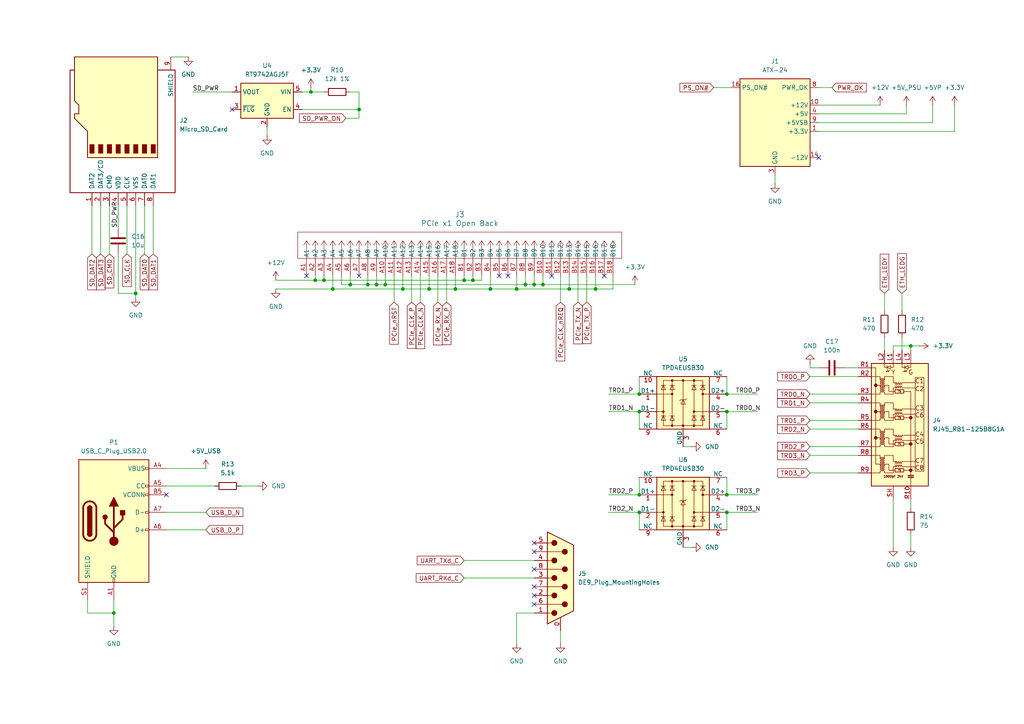
<source format=kicad_sch>
(kicad_sch (version 20231120) (generator "eeschema") (generator_version "8.0")
  (paper "A4")
  (title_block (title "JBOD RPi CM4 Control Board - Connectors") (date "2024-10-05") (rev "1") (company "N3ttX"))
  (lib_symbols
    (symbol "Connector:ATX-24"
      (property "Reference" "J" (at -8.89 13.97 0))
      (property "Value" "ATX-24" (at 6.35 13.97 0))
      (symbol "ATX-24_1_1"
        (pin power_out line (at 12.7 -2.54 180) (length 2.54) (name "+3.3V") (number "1"))
        (pin power_out line (at 12.7 5.08 180) (length 2.54) (name "+12V") (number "10"))
        (pin passive line (at 12.7 5.08 180) (length 2.54) hide (name "+12V") (number "11"))
        (pin passive line (at 12.7 -2.54 180) (length 2.54) hide (name "+3.3V") (number "12"))
        (pin passive line (at 12.7 -2.54 180) (length 2.54) hide (name "+3.3V") (number "13"))
        (pin power_out line (at 12.7 -10.16 180) (length 2.54) (name "-12V") (number "14"))
        (pin passive line (at 0 -15.24 90) (length 2.54) hide (name "GND") (number "15"))
        (pin open_collector line (at -12.7 10.16 0) (length 2.54) (name "PS_ON#") (number "16"))
        (pin passive line (at 0 -15.24 90) (length 2.54) hide (name "GND") (number "17"))
        (pin passive line (at 0 -15.24 90) (length 2.54) hide (name "GND") (number "18"))
        (pin passive line (at 0 -15.24 90) (length 2.54) hide (name "GND") (number "19"))
        (pin passive line (at 12.7 -2.54 180) (length 2.54) hide (name "+3.3V") (number "2"))
        (pin no_connect line (at -10.16 0 0) (length 2.54) hide (name "NC") (number "20"))
        (pin passive line (at 12.7 2.54 180) (length 2.54) hide (name "+5V") (number "21"))
        (pin passive line (at 12.7 2.54 180) (length 2.54) hide (name "+5V") (number "22"))
        (pin passive line (at 12.7 2.54 180) (length 2.54) hide (name "+5V") (number "23"))
        (pin passive line (at 0 -15.24 90) (length 2.54) hide (name "GND") (number "24"))
        (pin power_out line (at 0 -15.24 90) (length 2.54) (name "GND") (number "3"))
        (pin power_out line (at 12.7 2.54 180) (length 2.54) (name "+5V") (number "4"))
        (pin passive line (at 0 -15.24 90) (length 2.54) hide (name "GND") (number "5"))
        (pin passive line (at 12.7 2.54 180) (length 2.54) hide (name "+5V") (number "6"))
        (pin passive line (at 0 -15.24 90) (length 2.54) hide (name "GND") (number "7"))
        (pin output line (at 12.7 10.16 180) (length 2.54) (name "PWR_OK") (number "8"))
        (pin power_out line (at 12.7 0 180) (length 2.54) (name "+5VSB") (number "9"))
      )
    )
    (symbol "Connector:DE9_Plug_MountingHoles" (pin_names (offset 1.016) hide)
      (property "Reference" "J" (at 0 16.51 0))
      (property "Value" "DE9_Plug_MountingHoles" (at 0 14.605 0))
      (symbol "DE9_Plug_MountingHoles_1_1"
        (pin passive line (at 0 -15.24 90) (length 3.81) (name "PAD") (number "0"))
        (pin passive line (at -7.62 -10.16 0) (length 3.81) (name "1") (number "1"))
        (pin passive line (at -7.62 -5.08 0) (length 3.81) (name "2") (number "2"))
        (pin passive line (at -7.62 0 0) (length 3.81) (name "3") (number "3"))
        (pin passive line (at -7.62 5.08 0) (length 3.81) (name "4") (number "4"))
        (pin passive line (at -7.62 10.16 0) (length 3.81) (name "5") (number "5"))
        (pin passive line (at -7.62 -7.62 0) (length 3.81) (name "6") (number "6"))
        (pin passive line (at -7.62 -2.54 0) (length 3.81) (name "7") (number "7"))
        (pin passive line (at -7.62 2.54 0) (length 3.81) (name "8") (number "8"))
        (pin passive line (at -7.62 7.62 0) (length 3.81) (name "9") (number "9"))
      )
    )
    (symbol "Connector:Micro_SD_Card" (pin_names (offset 1.016))
      (property "Reference" "J" (at -16.51 15.24 0))
      (property "Value" "Micro_SD_Card" (at 16.51 15.24 0))
      (symbol "Micro_SD_Card_1_1"
        (pin bidirectional line (at -22.86 7.62 0) (length 3.81) (name "DAT2") (number "1"))
        (pin bidirectional line (at -22.86 5.08 0) (length 3.81) (name "DAT3/CD") (number "2"))
        (pin input line (at -22.86 2.54 0) (length 3.81) (name "CMD") (number "3"))
        (pin power_in line (at -22.86 0 0) (length 3.81) (name "VDD") (number "4"))
        (pin input line (at -22.86 -2.54 0) (length 3.81) (name "CLK") (number "5"))
        (pin power_in line (at -22.86 -5.08 0) (length 3.81) (name "VSS") (number "6"))
        (pin bidirectional line (at -22.86 -7.62 0) (length 3.81) (name "DAT0") (number "7"))
        (pin bidirectional line (at -22.86 -10.16 0) (length 3.81) (name "DAT1") (number "8"))
        (pin passive line (at 20.32 -15.24 180) (length 3.81) (name "SHIELD") (number "9"))
      )
    )
    (symbol "Connector:RJ45_RB1-125B8G1A" (pin_names hide)
      (property "Reference" "J" (at -7.62 20.32 0))
      (property "Value" "RJ45_RB1-125B8G1A" (at 15.24 20.32 0))
      (symbol "RJ45_RB1-125B8G1A_0_0"
        (text "1000pF 2kV" (at 2.54 -13.716 0) (effects (font (size 0.635 0.635))))
        (text "C1" (at -5.08 13.97 0) (effects (font (size 1.27 1.27))))
        (text "C2" (at -5.08 11.684 0) (effects (font (size 1.27 1.27))))
        (text "C3" (at -5.08 6.096 0) (effects (font (size 1.27 1.27))))
        (text "C4" (at -5.08 -1.524 0) (effects (font (size 1.27 1.27))))
        (text "C5" (at -5.08 -3.556 0) (effects (font (size 1.27 1.27))))
        (text "C6" (at -5.08 4.064 0) (effects (font (size 1.27 1.27))))
        (text "C7" (at -5.08 -9.144 0) (effects (font (size 1.27 1.27))))
        (text "C8" (at -5.08 -11.176 0) (effects (font (size 1.27 1.27))))
        (text "G" (at -2.54 16.51 0) (effects (font (size 1.27 1.27))))
        (text "Y" (at 2.54 16.51 0) (effects (font (size 1.27 1.27))))
      )
      (symbol "RJ45_RB1-125B8G1A_0_1"
        (pin power_in line (at -2.54 -20.32 90) (length 3.81) (name "GND") (number "R10"))
      )
      (symbol "RJ45_RB1-125B8G1A_1_0"
        (text "75" (at 0.762 -11.938 0) (effects (font (size 0.508 0.508))))
        (text "75" (at 0.762 -4.318 0) (effects (font (size 0.508 0.508))))
        (text "75" (at 0.762 3.302 0) (effects (font (size 0.508 0.508))))
        (text "75" (at 0.762 10.922 0) (effects (font (size 0.508 0.508))))
      )
      (symbol "RJ45_RB1-125B8G1A_1_1"
        (pin passive line (at 2.54 22.86 270) (length 3.81) (name "~") (number "L1"))
        (pin passive line (at 5.08 22.86 270) (length 3.81) (name "~") (number "L2"))
        (pin passive line (at -2.54 22.86 270) (length 3.81) (name "~") (number "L3"))
        (pin passive line (at 0 22.86 270) (length 3.81) (name "~") (number "L4"))
        (pin passive line (at 12.7 17.78 180) (length 3.81) (name "CT") (number "R1"))
        (pin passive line (at 12.7 15.24 180) (length 3.81) (name "TD1+") (number "R2"))
        (pin passive line (at 12.7 10.16 180) (length 3.81) (name "TD1-") (number "R3"))
        (pin passive line (at 12.7 7.62 180) (length 3.81) (name "TD2+") (number "R4"))
        (pin passive line (at 12.7 2.54 180) (length 3.81) (name "TD2-") (number "R5"))
        (pin passive line (at 12.7 0 180) (length 3.81) (name "TD3+") (number "R6"))
        (pin passive line (at 12.7 -5.08 180) (length 3.81) (name "TD3-") (number "R7"))
        (pin passive line (at 12.7 -7.62 180) (length 3.81) (name "TD4+") (number "R8"))
        (pin passive line (at 12.7 -12.7 180) (length 3.81) (name "TD4-") (number "R9"))
        (pin passive line (at 2.54 -20.32 90) (length 3.81) (name "SH") (number "SH"))
      )
    )
    (symbol "Connector:USB_C_Plug_USB2.0" (pin_names (offset 1.016))
      (property "Reference" "P" (at -10.16 19.05 0))
      (property "Value" "USB_C_Plug_USB2.0" (at 12.7 19.05 0))
      (symbol "USB_C_Plug_USB2.0_1_1"
        (pin passive line (at 0 -22.86 90) (length 5.08) (name "GND") (number "A1"))
        (pin passive line (at 0 -22.86 90) (length 5.08) hide (name "GND") (number "A12"))
        (pin passive line (at 15.24 15.24 180) (length 5.08) (name "VBUS") (number "A4"))
        (pin bidirectional line (at 15.24 10.16 180) (length 5.08) (name "CC") (number "A5"))
        (pin bidirectional line (at 15.24 -2.54 180) (length 5.08) (name "D+") (number "A6"))
        (pin bidirectional line (at 15.24 2.54 180) (length 5.08) (name "D-") (number "A7"))
        (pin passive line (at 15.24 15.24 180) (length 5.08) hide (name "VBUS") (number "A9"))
        (pin passive line (at 0 -22.86 90) (length 5.08) hide (name "GND") (number "B1"))
        (pin passive line (at 0 -22.86 90) (length 5.08) hide (name "GND") (number "B12"))
        (pin passive line (at 15.24 15.24 180) (length 5.08) hide (name "VBUS") (number "B4"))
        (pin bidirectional line (at 15.24 7.62 180) (length 5.08) (name "VCONN") (number "B5"))
        (pin passive line (at 15.24 15.24 180) (length 5.08) hide (name "VBUS") (number "B9"))
        (pin passive line (at -7.62 -22.86 90) (length 5.08) (name "SHIELD") (number "S1"))
      )
    )
    (symbol "Custom_Symbols:PCIe x1 Connector" (pin_names (offset 0.254))
      (property "Reference" "J" (at 8.89 6.35 0))
      (property "Value" "6-1734774-7" (at 0 0 0))
      (symbol "PCIe x1 Connector_0_1"
        (pin unspecified line (at 0 0 0) (length 5.08) (name "A1") (number "A1"))
        (pin unspecified line (at 0 -22.86 0) (length 5.08) (name "A10") (number "A10"))
        (pin unspecified line (at 0 -25.4 0) (length 5.08) (name "A11") (number "A11"))
        (pin unspecified line (at 0 -27.94 0) (length 5.08) (name "A12") (number "A12"))
        (pin unspecified line (at 0 -30.48 0) (length 5.08) (name "A13") (number "A13"))
        (pin unspecified line (at 0 -33.02 0) (length 5.08) (name "A14") (number "A14"))
        (pin unspecified line (at 0 -35.56 0) (length 5.08) (name "A15") (number "A15"))
        (pin unspecified line (at 0 -38.1 0) (length 5.08) (name "A16") (number "A16"))
        (pin unspecified line (at 0 -40.64 0) (length 5.08) (name "A17") (number "A17"))
        (pin unspecified line (at 0 -43.18 0) (length 5.08) (name "A18") (number "A18"))
        (pin unspecified line (at 0 -2.54 0) (length 5.08) (name "A2") (number "A2"))
        (pin unspecified line (at 0 -5.08 0) (length 5.08) (name "A3") (number "A3"))
        (pin unspecified line (at 0 -7.62 0) (length 5.08) (name "A4") (number "A4"))
        (pin unspecified line (at 0 -10.16 0) (length 5.08) (name "A5") (number "A5"))
        (pin unspecified line (at 0 -12.7 0) (length 5.08) (name "A6") (number "A6"))
        (pin unspecified line (at 0 -15.24 0) (length 5.08) (name "A7") (number "A7"))
        (pin unspecified line (at 0 -17.78 0) (length 5.08) (name "A8") (number "A8"))
        (pin unspecified line (at 0 -20.32 0) (length 5.08) (name "A9") (number "A9"))
        (pin unspecified line (at 0 -45.72 0) (length 5.08) (name "B1") (number "B1"))
        (pin unspecified line (at 0 -68.58 0) (length 5.08) (name "B10") (number "B10"))
        (pin unspecified line (at 0 -71.12 0) (length 5.08) (name "B11") (number "B11"))
        (pin unspecified line (at 0 -73.66 0) (length 5.08) (name "B12") (number "B12"))
        (pin unspecified line (at 0 -76.2 0) (length 5.08) (name "B13") (number "B13"))
        (pin unspecified line (at 0 -78.74 0) (length 5.08) (name "B14") (number "B14"))
        (pin unspecified line (at 0 -81.28 0) (length 5.08) (name "B15") (number "B15"))
        (pin unspecified line (at 0 -83.82 0) (length 5.08) (name "B16") (number "B16"))
        (pin unspecified line (at 0 -86.36 0) (length 5.08) (name "B17") (number "B17"))
        (pin unspecified line (at 0 -88.9 0) (length 5.08) (name "B18") (number "B18"))
        (pin unspecified line (at 0 -48.26 0) (length 5.08) (name "B2") (number "B2"))
        (pin unspecified line (at 0 -50.8 0) (length 5.08) (name "B3") (number "B3"))
        (pin unspecified line (at 0 -53.34 0) (length 5.08) (name "B4") (number "B4"))
        (pin unspecified line (at 0 -55.88 0) (length 5.08) (name "B5") (number "B5"))
        (pin unspecified line (at 0 -58.42 0) (length 5.08) (name "B6") (number "B6"))
        (pin unspecified line (at 0 -60.96 0) (length 5.08) (name "B7") (number "B7"))
        (pin unspecified line (at 0 -63.5 0) (length 5.08) (name "B8") (number "B8"))
        (pin unspecified line (at 0 -66.04 0) (length 5.08) (name "B9") (number "B9"))
      )
    )
    (symbol "Device1:R" (pin_numbers hide) (pin_names (offset 0))
      (property "Reference" "R" (at 2.032 0 90))
      (property "Value" "R" (at 0 0 90))
      (symbol "R_1_1"
        (pin passive line (at 0 3.81 270) (length 1.27) (name "~") (number "1"))
        (pin passive line (at 0 -3.81 90) (length 1.27) (name "~") (number "2"))
      )
    )
    (symbol "Device:C" (pin_numbers hide) (pin_names (offset 0.254))
      (property "Reference" "C" (at 0.635 2.54 0))
      (property "Value" "C" (at 0.635 -2.54 0))
      (symbol "C_1_1"
        (pin passive line (at 0 3.81 270) (length 2.794) (name "~") (number "1"))
        (pin passive line (at 0 -3.81 90) (length 2.794) (name "~") (number "2"))
      )
    )
    (symbol "Power_Management:RT9742AGJ5F"
      (property "Reference" "U" (at 0 10.16 0))
      (property "Value" "RT9742AGJ5F" (at 0 7.62 0))
      (symbol "RT9742AGJ5F_1_1"
        (pin power_out line (at 10.16 2.54 180) (length 2.54) (name "VOUT") (number "1"))
        (pin power_in line (at 0 -7.62 90) (length 2.54) (name "GND") (number "2"))
        (pin open_collector line (at 10.16 -2.54 180) (length 2.54) (name "~{FLG}") (number "3"))
        (pin input line (at -10.16 -2.54 0) (length 2.54) (name "EN") (number "4"))
        (pin power_in line (at -10.16 2.54 0) (length 2.54) (name "VIN") (number "5"))
      )
    )
    (symbol "Power_Protection:TPD4EUSB30" (pin_names (offset 0))
      (property "Reference" "U" (at -0.635 8.89 0))
      (property "Value" "TPD4EUSB30" (at 8.89 -10.16 0))
      (symbol "TPD4EUSB30_1_1"
        (pin passive line (at -12.7 2.54 0) (length 5.08) (name "D1+") (number "1"))
        (pin free line (at -12.7 7.62 0) (length 5.08) (name "NC") (number "10"))
        (pin passive line (at -12.7 -2.54 0) (length 5.08) (name "D1-") (number "2"))
        (pin power_in line (at 0 -12.7 90) (length 5.08) (name "GND") (number "3"))
        (pin passive line (at 12.7 2.54 180) (length 5.08) (name "D2+") (number "4"))
        (pin passive line (at 12.7 -2.54 180) (length 5.08) (name "D2-") (number "5"))
        (pin free line (at 12.7 -7.62 180) (length 5.08) (name "NC") (number "6"))
        (pin free line (at 12.7 7.62 180) (length 5.08) (name "NC") (number "7"))
        (pin passive line (at 0 -12.7 90) (length 5.08) hide (name "GND") (number "8"))
        (pin free line (at -12.7 -7.62 0) (length 5.08) (name "NC") (number "9"))
      )
    )
    (symbol "power:+12V" (power) (pin_numbers hide) (pin_names (offset 0) hide)
      (property "Value" "+12V" (at 0 3.556 0))
      (symbol "+12V_1_1"
        (pin power_in line (at 0 0 90) (length 0) (name "~") (number "1"))
      )
    )
    (symbol "power:+3.3V" (power) (pin_numbers hide) (pin_names (offset 0) hide)
      (property "Value" "+3.3V" (at 0 3.556 0))
      (symbol "+3.3V_1_1"
        (pin power_in line (at 0 0 90) (length 0) (name "~") (number "1"))
      )
    )
    (symbol "power:+5V" (power) (pin_numbers hide) (pin_names (offset 0) hide)
      (property "Value" "+5V" (at 0 3.556 0))
      (symbol "+5V_1_1"
        (pin power_in line (at 0 0 90) (length 0) (name "~") (number "1"))
      )
    )
    (symbol "power:+5VP" (power) (pin_numbers hide) (pin_names (offset 0) hide)
      (property "Value" "+5VP" (at 0 3.556 0))
      (symbol "+5VP_1_1"
        (pin power_in line (at 0 0 90) (length 0) (name "~") (number "1"))
      )
    )
    (symbol "power:GND" (power) (pin_numbers hide) (pin_names (offset 0) hide)
      (property "Value" "GND" (at 0 -3.81 0))
      (symbol "GND_1_1"
        (pin power_in line (at 0 0 270) (length 0) (name "~") (number "1"))
      )
    )
  )
  (junction (at 185.42 119.38))
  (junction (at 134.62 81.28))
  (junction (at 185.42 148.59))
  (junction (at 142.24 83.82))
  (junction (at 154.94 82.55))
  (junction (at 149.86 83.82))
  (junction (at 109.22 82.55))
  (junction (at 90.17 26.67))
  (junction (at 137.16 81.28))
  (junction (at 264.16 100.33))
  (junction (at 116.84 83.82))
  (junction (at 93.98 81.28))
  (junction (at 106.68 82.55))
  (junction (at 172.72 83.82))
  (junction (at 210.82 143.51))
  (junction (at 101.6 82.55))
  (junction (at 104.14 31.75))
  (junction (at 39.37 85.09))
  (junction (at 210.82 119.38))
  (junction (at 132.08 83.82))
  (junction (at 210.82 114.3))
  (junction (at 185.42 114.3))
  (junction (at 210.82 148.59))
  (junction (at 185.42 143.51))
  (junction (at 33.02 177.8))
  (junction (at 91.44 81.28))
  (junction (at 111.76 82.55))
  (junction (at 96.52 83.82))
  (junction (at 124.46 83.82))
  (junction (at 152.4 82.55))
  (junction (at 165.1 83.82))
  (junction (at 157.48 82.55))
  (no_connect (at 88.9 80.01))
  (no_connect (at 48.26 143.51))
  (no_connect (at 154.94 157.48))
  (no_connect (at 160.02 80.01))
  (no_connect (at 154.94 175.26))
  (no_connect (at 154.94 160.02))
  (no_connect (at 175.26 80.01))
  (no_connect (at 144.78 80.01))
  (no_connect (at 154.94 170.18))
  (no_connect (at 147.32 80.01))
  (no_connect (at 154.94 172.72))
  (no_connect (at 237.49 45.72))
  (no_connect (at 67.31 31.75))
  (no_connect (at 154.94 165.1))
  (no_connect (at 104.14 80.01))
  (wire (pts (xy 264.16 100.33) (xy 264.16 101.6)))
  (wire (pts (xy 198.12 129.54) (xy 200.66 129.54)))
  (wire (pts (xy 162.56 80.01) (xy 162.56 87.63)))
  (wire (pts (xy 185.42 138.43) (xy 185.42 143.51)))
  (wire (pts (xy 270.51 35.56) (xy 270.51 30.48)))
  (wire (pts (xy 121.92 80.01) (xy 121.92 87.63)))
  (wire (pts (xy 87.63 31.75) (xy 104.14 31.75)))
  (wire (pts (xy 44.45 59.69) (xy 44.45 73.66)))
  (wire (pts (xy 184.15 82.55) (xy 157.48 82.55)))
  (wire (pts (xy 176.53 143.51) (xy 185.42 143.51)))
  (wire (pts (xy 157.48 82.55) (xy 154.94 82.55)))
  (wire (pts (xy 207.01 25.4) (xy 212.09 25.4)))
  (wire (pts (xy 104.14 26.67) (xy 101.6 26.67)))
  (wire (pts (xy 96.52 83.82) (xy 116.84 83.82)))
  (wire (pts (xy 162.56 182.88) (xy 162.56 186.69)))
  (wire (pts (xy 210.82 114.3) (xy 219.71 114.3)))
  (wire (pts (xy 210.82 109.22) (xy 210.82 114.3)))
  (wire (pts (xy 39.37 59.69) (xy 39.37 85.09)))
  (wire (pts (xy 91.44 80.01) (xy 91.44 81.28)))
  (wire (pts (xy 99.06 82.55) (xy 99.06 80.01)))
  (wire (pts (xy 165.1 83.82) (xy 172.72 83.82)))
  (wire (pts (xy 176.53 148.59) (xy 185.42 148.59)))
  (wire (pts (xy 29.21 59.69) (xy 29.21 73.66)))
  (wire (pts (xy 165.1 83.82) (xy 165.1 80.01)))
  (wire (pts (xy 172.72 83.82) (xy 177.8 83.82)))
  (wire (pts (xy 259.08 100.33) (xy 259.08 101.6)))
  (wire (pts (xy 210.82 138.43) (xy 210.82 143.51)))
  (wire (pts (xy 104.14 34.29) (xy 104.14 31.75)))
  (wire (pts (xy 114.3 80.01) (xy 114.3 87.63)))
  (wire (pts (xy 106.68 82.55) (xy 106.68 80.01)))
  (wire (pts (xy 264.16 154.94) (xy 264.16 158.75)))
  (wire (pts (xy 234.95 132.08) (xy 248.92 132.08)))
  (wire (pts (xy 109.22 82.55) (xy 109.22 80.01)))
  (wire (pts (xy 234.95 116.84) (xy 248.92 116.84)))
  (wire (pts (xy 48.26 153.67) (xy 59.69 153.67)))
  (wire (pts (xy 264.16 144.78) (xy 264.16 147.32)))
  (wire (pts (xy 129.54 80.01) (xy 129.54 87.63)))
  (wire (pts (xy 256.54 97.79) (xy 256.54 101.6)))
  (wire (pts (xy 210.82 148.59) (xy 219.71 148.59)))
  (wire (pts (xy 34.29 85.09) (xy 39.37 85.09)))
  (wire (pts (xy 116.84 83.82) (xy 116.84 80.01)))
  (wire (pts (xy 170.18 80.01) (xy 170.18 87.63)))
  (wire (pts (xy 69.85 140.97) (xy 74.93 140.97)))
  (wire (pts (xy 106.68 82.55) (xy 101.6 82.55)))
  (wire (pts (xy 134.62 81.28) (xy 134.62 80.01)))
  (wire (pts (xy 91.44 81.28) (xy 93.98 81.28)))
  (wire (pts (xy 77.47 36.83) (xy 77.47 39.37)))
  (wire (pts (xy 152.4 80.01) (xy 152.4 82.55)))
  (wire (pts (xy 276.86 38.1) (xy 276.86 30.48)))
  (wire (pts (xy 132.08 83.82) (xy 142.24 83.82)))
  (wire (pts (xy 34.29 73.66) (xy 34.29 85.09)))
  (wire (pts (xy 234.95 129.54) (xy 248.92 129.54)))
  (wire (pts (xy 49.53 16.51) (xy 54.61 16.51)))
  (wire (pts (xy 25.4 173.99) (xy 25.4 177.8)))
  (wire (pts (xy 137.16 81.28) (xy 137.16 80.01)))
  (wire (pts (xy 234.95 137.16) (xy 248.92 137.16)))
  (wire (pts (xy 234.95 106.68) (xy 237.49 106.68)))
  (wire (pts (xy 177.8 83.82) (xy 177.8 80.01)))
  (wire (pts (xy 210.82 119.38) (xy 219.71 119.38)))
  (wire (pts (xy 167.64 80.01) (xy 167.64 87.63)))
  (wire (pts (xy 234.95 124.46) (xy 248.92 124.46)))
  (wire (pts (xy 93.98 80.01) (xy 93.98 81.28)))
  (wire (pts (xy 34.29 59.69) (xy 34.29 66.04)))
  (wire (pts (xy 39.37 85.09) (xy 39.37 86.36)))
  (wire (pts (xy 127 80.01) (xy 127 87.63)))
  (wire (pts (xy 87.63 26.67) (xy 90.17 26.67)))
  (wire (pts (xy 149.86 177.8) (xy 154.94 177.8)))
  (wire (pts (xy 132.08 83.82) (xy 132.08 80.01)))
  (wire (pts (xy 31.75 59.69) (xy 31.75 73.66)))
  (wire (pts (xy 36.83 59.69) (xy 36.83 73.66)))
  (wire (pts (xy 152.4 82.55) (xy 154.94 82.55)))
  (wire (pts (xy 261.62 85.09) (xy 261.62 90.17)))
  (wire (pts (xy 152.4 82.55) (xy 111.76 82.55)))
  (wire (pts (xy 33.02 177.8) (xy 33.02 181.61)))
  (wire (pts (xy 104.14 31.75) (xy 104.14 26.67)))
  (wire (pts (xy 124.46 83.82) (xy 124.46 80.01)))
  (wire (pts (xy 185.42 109.22) (xy 185.42 114.3)))
  (wire (pts (xy 185.42 119.38) (xy 185.42 124.46)))
  (wire (pts (xy 176.53 119.38) (xy 185.42 119.38)))
  (wire (pts (xy 101.6 82.55) (xy 101.6 80.01)))
  (wire (pts (xy 149.86 80.01) (xy 149.86 83.82)))
  (wire (pts (xy 90.17 26.67) (xy 93.98 26.67)))
  (wire (pts (xy 80.01 83.82) (xy 96.52 83.82)))
  (wire (pts (xy 116.84 83.82) (xy 124.46 83.82)))
  (wire (pts (xy 48.26 140.97) (xy 62.23 140.97)))
  (wire (pts (xy 134.62 167.64) (xy 154.94 167.64)))
  (wire (pts (xy 261.62 97.79) (xy 261.62 101.6)))
  (wire (pts (xy 137.16 81.28) (xy 139.7 81.28)))
  (wire (pts (xy 224.79 50.8) (xy 224.79 53.34)))
  (wire (pts (xy 100.33 34.29) (xy 104.14 34.29)))
  (wire (pts (xy 198.12 158.75) (xy 200.66 158.75)))
  (wire (pts (xy 234.95 105.41) (xy 234.95 106.68)))
  (wire (pts (xy 119.38 80.01) (xy 119.38 87.63)))
  (wire (pts (xy 237.49 33.02) (xy 262.89 33.02)))
  (wire (pts (xy 176.53 114.3) (xy 185.42 114.3)))
  (wire (pts (xy 48.26 135.89) (xy 59.69 135.89)))
  (wire (pts (xy 90.17 26.67) (xy 90.17 25.4)))
  (wire (pts (xy 26.67 59.69) (xy 26.67 73.66)))
  (wire (pts (xy 210.82 143.51) (xy 219.71 143.51)))
  (wire (pts (xy 237.49 38.1) (xy 276.86 38.1)))
  (wire (pts (xy 154.94 82.55) (xy 154.94 80.01)))
  (wire (pts (xy 109.22 82.55) (xy 106.68 82.55)))
  (wire (pts (xy 134.62 162.56) (xy 154.94 162.56)))
  (wire (pts (xy 124.46 83.82) (xy 132.08 83.82)))
  (wire (pts (xy 234.95 114.3) (xy 248.92 114.3)))
  (wire (pts (xy 266.7 100.33) (xy 264.16 100.33)))
  (wire (pts (xy 210.82 119.38) (xy 210.82 124.46)))
  (wire (pts (xy 262.89 33.02) (xy 262.89 30.48)))
  (wire (pts (xy 111.76 82.55) (xy 109.22 82.55)))
  (wire (pts (xy 139.7 81.28) (xy 139.7 80.01)))
  (wire (pts (xy 96.52 83.82) (xy 96.52 80.01)))
  (wire (pts (xy 25.4 177.8) (xy 33.02 177.8)))
  (wire (pts (xy 48.26 148.59) (xy 59.69 148.59)))
  (wire (pts (xy 210.82 148.59) (xy 210.82 153.67)))
  (wire (pts (xy 256.54 85.09) (xy 256.54 90.17)))
  (wire (pts (xy 41.91 59.69) (xy 41.91 73.66)))
  (wire (pts (xy 142.24 83.82) (xy 142.24 80.01)))
  (wire (pts (xy 149.86 186.69) (xy 149.86 177.8)))
  (wire (pts (xy 101.6 82.55) (xy 99.06 82.55)))
  (wire (pts (xy 33.02 173.99) (xy 33.02 177.8)))
  (wire (pts (xy 55.88 26.67) (xy 67.31 26.67)))
  (wire (pts (xy 185.42 148.59) (xy 185.42 153.67)))
  (wire (pts (xy 111.76 82.55) (xy 111.76 80.01)))
  (wire (pts (xy 237.49 30.48) (xy 255.27 30.48)))
  (wire (pts (xy 149.86 83.82) (xy 165.1 83.82)))
  (wire (pts (xy 134.62 81.28) (xy 137.16 81.28)))
  (wire (pts (xy 80.01 81.28) (xy 91.44 81.28)))
  (wire (pts (xy 157.48 80.01) (xy 157.48 82.55)))
  (wire (pts (xy 237.49 35.56) (xy 270.51 35.56)))
  (wire (pts (xy 93.98 81.28) (xy 134.62 81.28)))
  (wire (pts (xy 142.24 83.82) (xy 149.86 83.82)))
  (wire (pts (xy 264.16 100.33) (xy 259.08 100.33)))
  (wire (pts (xy 259.08 144.78) (xy 259.08 158.75)))
  (wire (pts (xy 234.95 109.22) (xy 248.92 109.22)))
  (wire (pts (xy 237.49 25.4) (xy 241.3 25.4)))
  (wire (pts (xy 234.95 121.92) (xy 248.92 121.92)))
  (wire (pts (xy 245.11 106.68) (xy 248.92 106.68)))
  (wire (pts (xy 172.72 83.82) (xy 172.72 80.01)))
  (label "TRD3_N" (at 213.36 148.59 0))
  (label "TRD2_N" (at 176.53 148.59 0))
  (label "SD_PWR" (at 34.29 66.04 90))
  (label "SD_PWR" (at 55.88 26.67 0))
  (label "TRD2_P" (at 176.53 143.51 0))
  (label "TRD1_N" (at 176.53 119.38 0))
  (label "TRD3_P" (at 213.36 143.51 0))
  (label "TRD0_N" (at 213.36 119.38 0))
  (label "TRD0_P" (at 213.36 114.3 0))
  (label "TRD1_P" (at 176.53 114.3 0))
  (global_label "PCIe_CLK_N" (shape input) (at 121.92 87.63 270) (property "Intersheetrefs" "${INTERSHEET_REFS}" (effects (hide yes))))
  (global_label "ETH_LEDY" (shape input) (at 256.54 85.09 90) (property "Intersheetrefs" "${INTERSHEET_REFS}" (effects (hide yes))))
  (global_label "SD_PWR_ON" (shape input) (at 100.33 34.29 180) (property "Intersheetrefs" "${INTERSHEET_REFS}" (effects (hide yes))))
  (global_label "PCIe_TX_N" (shape input) (at 167.64 87.63 270) (property "Intersheetrefs" "${INTERSHEET_REFS}" (effects (hide yes))))
  (global_label "PWR_OK" (shape input) (at 241.3 25.4 0) (property "Intersheetrefs" "${INTERSHEET_REFS}" (effects (hide yes))))
  (global_label "TRD2_N" (shape input) (at 234.95 124.46 180) (property "Intersheetrefs" "${INTERSHEET_REFS}" (effects (hide yes))))
  (global_label "PCIe_CLK_nREQ" (shape input) (at 162.56 87.63 270) (property "Intersheetrefs" "${INTERSHEET_REFS}" (effects (hide yes))))
  (global_label "USB_D_P" (shape input) (at 59.69 153.67 0) (property "Intersheetrefs" "${INTERSHEET_REFS}" (effects (hide yes))))
  (global_label "TRD0_N" (shape input) (at 234.95 114.3 180) (property "Intersheetrefs" "${INTERSHEET_REFS}" (effects (hide yes))))
  (global_label "PS_ON#" (shape input) (at 207.01 25.4 180) (property "Intersheetrefs" "${INTERSHEET_REFS}" (effects (hide yes))))
  (global_label "SD_DAT0" (shape input) (at 41.91 73.66 270) (property "Intersheetrefs" "${INTERSHEET_REFS}" (effects (hide yes))))
  (global_label "PCIe_TX_P" (shape input) (at 170.18 87.63 270) (property "Intersheetrefs" "${INTERSHEET_REFS}" (effects (hide yes))))
  (global_label "ETH_LEDG" (shape input) (at 261.62 85.09 90) (property "Intersheetrefs" "${INTERSHEET_REFS}" (effects (hide yes))))
  (global_label "TRD1_N" (shape input) (at 234.95 116.84 180) (property "Intersheetrefs" "${INTERSHEET_REFS}" (effects (hide yes))))
  (global_label "USB_D_N" (shape input) (at 59.69 148.59 0) (property "Intersheetrefs" "${INTERSHEET_REFS}" (effects (hide yes))))
  (global_label "UART_TXd_C" (shape input) (at 134.62 162.56 180) (property "Intersheetrefs" "${INTERSHEET_REFS}" (effects (hide yes))))
  (global_label "PCIe_RX_P" (shape input) (at 129.54 87.63 270) (property "Intersheetrefs" "${INTERSHEET_REFS}" (effects (hide yes))))
  (global_label "SD_DAT1" (shape input) (at 44.45 73.66 270) (property "Intersheetrefs" "${INTERSHEET_REFS}" (effects (hide yes))))
  (global_label "TRD0_P" (shape input) (at 234.95 109.22 180) (property "Intersheetrefs" "${INTERSHEET_REFS}" (effects (hide yes))))
  (global_label "TRD1_P" (shape input) (at 234.95 121.92 180) (property "Intersheetrefs" "${INTERSHEET_REFS}" (effects (hide yes))))
  (global_label "SD_DAT2" (shape input) (at 26.67 73.66 270) (property "Intersheetrefs" "${INTERSHEET_REFS}" (effects (hide yes))))
  (global_label "PCIe_nRST" (shape input) (at 114.3 87.63 270) (property "Intersheetrefs" "${INTERSHEET_REFS}" (effects (hide yes))))
  (global_label "TRD3_N" (shape input) (at 234.95 132.08 180) (property "Intersheetrefs" "${INTERSHEET_REFS}" (effects (hide yes))))
  (global_label "TRD2_P" (shape input) (at 234.95 129.54 180) (property "Intersheetrefs" "${INTERSHEET_REFS}" (effects (hide yes))))
  (global_label "SD_CMD" (shape input) (at 31.75 73.66 270) (property "Intersheetrefs" "${INTERSHEET_REFS}" (effects (hide yes))))
  (global_label "PCIe_RX_N" (shape input) (at 127 87.63 270) (property "Intersheetrefs" "${INTERSHEET_REFS}" (effects (hide yes))))
  (global_label "PCIe_CLK_P" (shape input) (at 119.38 87.63 270) (property "Intersheetrefs" "${INTERSHEET_REFS}" (effects (hide yes))))
  (global_label "TRD3_P" (shape input) (at 234.95 137.16 180) (property "Intersheetrefs" "${INTERSHEET_REFS}" (effects (hide yes))))
  (global_label "UART_RXd_C" (shape input) (at 134.62 167.64 180) (property "Intersheetrefs" "${INTERSHEET_REFS}" (effects (hide yes))))
  (global_label "SD_CLK" (shape input) (at 36.83 73.66 270) (property "Intersheetrefs" "${INTERSHEET_REFS}" (effects (hide yes))))
  (global_label "SD_DAT3" (shape input) (at 29.21 73.66 270) (property "Intersheetrefs" "${INTERSHEET_REFS}" (effects (hide yes))))
  (symbol (lib_id "Power_Protection:TPD4EUSB30") (at 198.12 146.05 0) (unit 1)
    (property "Reference" "U6" (at 198.12 133.35 0))
    (property "Value" "TPD4EUSB30" (at 198.12 135.89 0))
    (property "Footprint" "Package_SON:USON-10_2.5x1.0mm_P0.5mm" (effects (hide yes)))
    (property "Datasheet" "http://www.ti.com/lit/ds/symlink/tpd2eusb30a.pdf" (effects (hide yes)))
    (property "Description" "4-Channel ESD Protection for Super-Speed USB 3.0 Interface, USON-10" (effects (hide yes)))
  )
  (symbol (lib_id "power:+12V") (at 255.27 30.48 0) (unit 1)
    (property "Reference" "#PWR024" (effects (hide yes)))
    (property "Value" "+12V" (at 255.27 25.4 0))
    (property "Description" "Power symbol creates a global label with name \"+12V\"" (effects (hide yes)))
  )
  (symbol (lib_id "Device:C") (at 241.3 106.68 270) (unit 1)
    (property "Reference" "C17" (at 241.3 99.06 90))
    (property "Value" "100n" (at 241.3 101.6 90))
    (property "Footprint" "Capacitor_SMD:C_0603_1608Metric" (effects (hide yes)))
    (property "Description" "Unpolarized capacitor" (effects (hide yes)))
  )
  (symbol (lib_id "Connector:RJ45_RB1-125B8G1A") (at 261.62 124.46 0) (mirror y) (unit 1)
    (property "Reference" "J4" (at 270.51 121.9199 0) (effects (justify right)))
    (property "Value" "RJ45_RB1-125B8G1A" (at 270.51 124.4599 0) (effects (justify right)))
    (property "Footprint" "Connector_RJ:RJ45_UDE_RB1-125B8G1A" (effects (hide yes)))
    (property "Datasheet" "https://datasheet.lcsc.com/szlcsc/1901091107_UDE-Corp-RB1-125B8G1A_C363353.pdf" (effects (hide yes)))
    (property "Description" "LAN Transformer Jack, RJ45, 10/100/1000 BaseT" (effects (hide yes)))
  )
  (symbol (lib_id "Device1:R") (at 261.62 93.98 0) (unit 1)
    (property "Reference" "R12" (at 264.16 92.7099 0) (effects (justify left)))
    (property "Value" "470" (at 264.16 95.2499 0) (effects (justify left)))
    (property "Footprint" "Resistor_SMD:R_0603_1608Metric" (effects (hide yes)))
    (property "Description" "Resistor" (effects (hide yes)))
  )
  (symbol (lib_id "power:GND") (at 77.47 39.37 0) (unit 1)
    (property "Reference" "#PWR028" (effects (hide yes)))
    (property "Value" "GND" (at 77.47 44.45 0))
    (property "Description" "Power symbol creates a global label with name \"GND\" , ground" (effects (hide yes)))
  )
  (symbol (lib_id "power:+3.3V") (at 276.86 30.48 0) (unit 1)
    (property "Reference" "#PWR027" (effects (hide yes)))
    (property "Value" "+3.3V" (at 276.86 25.4 0))
    (property "Description" "Power symbol creates a global label with name \"+3.3V\"" (effects (hide yes)))
  )
  (symbol (lib_id "power:+12V") (at 80.01 81.28 0) (unit 1)
    (property "Reference" "#PWR030" (effects (hide yes)))
    (property "Value" "+12V" (at 80.01 76.2 0))
    (property "Description" "Power symbol creates a global label with name \"+12V\"" (effects (hide yes)))
  )
  (symbol (lib_id "Device:C") (at 34.29 69.85 180) (unit 1)
    (property "Reference" "C16" (at 38.1 68.5799 0) (effects (justify right)))
    (property "Value" "10u" (at 38.1 71.1199 0) (effects (justify right)))
    (property "Footprint" "Capacitor_Tantalum_SMD:CP_EIA-3216-18_Kemet-A" (effects (hide yes)))
    (property "Description" "Unpolarized capacitor" (effects (hide yes)))
  )
  (symbol (lib_id "Custom_Symbols:PCIe x1 Connector") (at 88.9 80.01 90) (unit 1)
    (property "Reference" "J3" (at 133.35 62.23 90) (effects (font (size 1.524 1.524))))
    (property "Value" "PCIe x1 Open Back" (at 133.35 64.77 90) (effects (font (size 1.524 1.524))))
    (property "Footprint" "Custom_Footprints:CONN36_6-1734774-7_PCIe_x1" (effects (hide yes)))
    (property "Datasheet" "6-1734774-7" (effects (hide yes)))
  )
  (symbol (lib_id "power:GND") (at 33.02 181.61 0) (unit 1)
    (property "Reference" "#PWR042" (effects (hide yes)))
    (property "Value" "GND" (at 33.02 186.69 0))
    (property "Description" "Power symbol creates a global label with name \"GND\" , ground" (effects (hide yes)))
  )
  (symbol (lib_id "power:GND") (at 80.01 83.82 0) (unit 1)
    (property "Reference" "#PWR032" (effects (hide yes)))
    (property "Value" "GND" (at 80.01 88.9 0))
    (property "Description" "Power symbol creates a global label with name \"GND\" , ground" (effects (hide yes)))
  )
  (symbol (lib_id "power:+3.3V") (at 266.7 100.33 270) (unit 1)
    (property "Reference" "#PWR034" (effects (hide yes)))
    (property "Value" "+3.3V" (at 270.51 100.3299 90) (effects (justify left)))
    (property "Description" "Power symbol creates a global label with name \"+3.3V\"" (effects (hide yes)))
  )
  (symbol (lib_id "Device1:R") (at 66.04 140.97 90) (unit 1)
    (property "Reference" "R13" (at 66.04 134.62 90))
    (property "Value" "5.1k" (at 66.04 137.16 90))
    (property "Footprint" "Resistor_SMD:R_0603_1608Metric" (effects (hide yes)))
    (property "Description" "Resistor" (effects (hide yes)))
  )
  (symbol (lib_id "Power_Management:RT9742AGJ5F") (at 77.47 29.21 0) (mirror y) (unit 1)
    (property "Reference" "U4" (at 77.47 19.05 0))
    (property "Value" "RT9742AGJ5F" (at 77.47 21.59 0))
    (property "Footprint" "Package_TO_SOT_SMD:TSOT-23-5" (effects (hide yes)))
    (property "Datasheet" "https://www.richtek.com/assets/product_file/RT9742/DS9742-10.pdf" (effects (hide yes)))
    (property "Description" "3A, Discharge, Active High EN, TSOT-23-5" (effects (hide yes)))
  )
  (symbol (lib_id "power:GND") (at 54.61 16.51 0) (unit 1)
    (property "Reference" "#PWR022" (effects (hide yes)))
    (property "Value" "GND" (at 54.61 21.59 0))
    (property "Description" "Power symbol creates a global label with name \"GND\" , ground" (effects (hide yes)))
  )
  (symbol (lib_id "Connector:USB_C_Plug_USB2.0") (at 33.02 151.13 0) (unit 1)
    (property "Reference" "P1" (at 33.02 128.27 0))
    (property "Value" "USB_C_Plug_USB2.0" (at 33.02 130.81 0))
    (property "Footprint" "Connector_USB:USB_C_Receptacle_GCT_USB4105-xx-A_16P_TopMnt_Horizontal" (effects (hide yes)))
    (property "Datasheet" "https://www.usb.org/sites/default/files/documents/usb_type-c.zip" (effects (hide yes)))
    (property "Description" "USB 2.0-only Type-C Plug connector" (effects (hide yes)))
  )
  (symbol (lib_id "power:GND") (at 234.95 105.41 180) (unit 1)
    (property "Reference" "#PWR035" (effects (hide yes)))
    (property "Value" "GND" (at 234.95 100.33 0))
    (property "Description" "Power symbol creates a global label with name \"GND\" , ground" (effects (hide yes)))
  )
  (symbol (lib_id "power:GND") (at 39.37 86.36 0) (unit 1)
    (property "Reference" "#PWR033" (effects (hide yes)))
    (property "Value" "GND" (at 39.37 91.44 0))
    (property "Description" "Power symbol creates a global label with name \"GND\" , ground" (effects (hide yes)))
  )
  (symbol (lib_id "power:GND") (at 74.93 140.97 90) (unit 1)
    (property "Reference" "#PWR038" (effects (hide yes)))
    (property "Value" "GND" (at 78.74 140.9699 90) (effects (justify right)))
    (property "Description" "Power symbol creates a global label with name \"GND\" , ground" (effects (hide yes)))
  )
  (symbol (lib_id "power:+5VP") (at 270.51 30.48 0) (unit 1)
    (property "Reference" "#PWR026" (effects (hide yes)))
    (property "Value" "+5VP" (at 270.51 25.4 0))
    (property "Description" "Power symbol creates a global label with name \"+5VP\"" (effects (hide yes)))
  )
  (symbol (lib_id "Connector:ATX-24") (at 224.79 35.56 0) (unit 1)
    (property "Reference" "J1" (at 224.79 17.78 0))
    (property "Value" "ATX-24" (at 224.79 20.32 0))
    (property "Footprint" "Connector_Molex:Molex_Mini-Fit_Jr_5566-24A_2x12_P4.20mm_Vertical" (effects (hide yes)))
    (property "Datasheet" "https://www.intel.com/content/dam/www/public/us/en/documents/guides/power-supply-design-guide-june.pdf#page=33" (effects (hide yes)))
    (property "Description" "ATX Power supply 24pins" (effects (hide yes)))
  )
  (symbol (lib_id "power:GND") (at 264.16 158.75 0) (unit 1)
    (property "Reference" "#PWR041" (effects (hide yes)))
    (property "Value" "GND" (at 264.16 163.83 0))
    (property "Description" "Power symbol creates a global label with name \"GND\" , ground" (effects (hide yes)))
  )
  (symbol (lib_id "power:+3.3V") (at 90.17 25.4 0) (unit 1)
    (property "Reference" "#PWR023" (effects (hide yes)))
    (property "Value" "+3.3V" (at 90.17 20.32 0))
    (property "Description" "Power symbol creates a global label with name \"+3.3V\"" (effects (hide yes)))
  )
  (symbol (lib_id "Device1:R") (at 264.16 151.13 0) (unit 1)
    (property "Reference" "R14" (at 266.7 149.8599 0) (effects (justify left)))
    (property "Value" "75" (at 266.7 152.3999 0) (effects (justify left)))
    (property "Footprint" "Resistor_SMD:R_0603_1608Metric" (effects (hide yes)))
    (property "Description" "Resistor" (effects (hide yes)))
  )
  (symbol (lib_id "power:GND") (at 200.66 129.54 90) (unit 1)
    (property "Reference" "#PWR036" (effects (hide yes)))
    (property "Value" "GND" (at 204.47 129.5399 90) (effects (justify right)))
    (property "Description" "Power symbol creates a global label with name \"GND\" , ground" (effects (hide yes)))
  )
  (symbol (lib_id "Device1:R") (at 256.54 93.98 0) (mirror y) (unit 1)
    (property "Reference" "R11" (at 254 92.7099 0) (effects (justify left)))
    (property "Value" "470" (at 254 95.2499 0) (effects (justify left)))
    (property "Footprint" "Resistor_SMD:R_0603_1608Metric" (effects (hide yes)))
    (property "Description" "Resistor" (effects (hide yes)))
  )
  (symbol (lib_id "power:GND") (at 259.08 158.75 0) (unit 1)
    (property "Reference" "#PWR040" (effects (hide yes)))
    (property "Value" "GND" (at 259.08 163.83 0))
    (property "Description" "Power symbol creates a global label with name \"GND\" , ground" (effects (hide yes)))
  )
  (symbol (lib_id "power:GND") (at 224.79 53.34 0) (unit 1)
    (property "Reference" "#PWR029" (effects (hide yes)))
    (property "Value" "GND" (at 224.79 58.42 0))
    (property "Description" "Power symbol creates a global label with name \"GND\" , ground" (effects (hide yes)))
  )
  (symbol (lib_id "Connector:Micro_SD_Card") (at 34.29 36.83 90) (unit 1)
    (property "Reference" "J2" (at 52.07 34.9249 90) (effects (justify right)))
    (property "Value" "Micro_SD_Card" (at 52.07 37.4649 90) (effects (justify right)))
    (property "Footprint" "Connector_Card:microSD_HC_Molex_104031-0811" (effects (hide yes)))
    (property "Datasheet" "http://katalog.we-online.de/em/datasheet/693072010801.pdf" (effects (hide yes)))
    (property "Description" "Micro SD Card Socket" (effects (hide yes)))
  )
  (symbol (lib_id "power:+5V") (at 262.89 30.48 0) (unit 1)
    (property "Reference" "#PWR025" (effects (hide yes)))
    (property "Value" "+5V_PSU" (at 262.89 25.4 0))
    (property "Description" "Power symbol creates a global label with name \"+5V\"" (effects (hide yes)))
  )
  (symbol (lib_id "power:+5V") (at 59.69 135.89 0) (unit 1)
    (property "Reference" "#PWR037" (effects (hide yes)))
    (property "Value" "+5V_USB" (at 59.69 130.81 0))
    (property "Description" "Power symbol creates a global label with name \"+5V\"" (effects (hide yes)))
  )
  (symbol (lib_id "Device1:R") (at 97.79 26.67 90) (unit 1)
    (property "Reference" "R10" (at 97.79 20.32 90))
    (property "Value" "12k 1%" (at 97.79 22.86 90))
    (property "Footprint" "Resistor_SMD:R_0603_1608Metric" (effects (hide yes)))
    (property "Description" "Resistor" (effects (hide yes)))
  )
  (symbol (lib_id "power:GND") (at 200.66 158.75 90) (unit 1)
    (property "Reference" "#PWR039" (effects (hide yes)))
    (property "Value" "GND" (at 204.47 158.7499 90) (effects (justify right)))
    (property "Description" "Power symbol creates a global label with name \"GND\" , ground" (effects (hide yes)))
  )
  (symbol (lib_id "power:GND") (at 162.56 186.69 0) (unit 1)
    (property "Reference" "#PWR044" (effects (hide yes)))
    (property "Value" "GND" (at 162.56 191.77 0))
    (property "Description" "Power symbol creates a global label with name \"GND\" , ground" (effects (hide yes)))
  )
  (symbol (lib_id "Power_Protection:TPD4EUSB30") (at 198.12 116.84 0) (unit 1)
    (property "Reference" "U5" (at 198.12 104.14 0))
    (property "Value" "TPD4EUSB30" (at 198.12 106.68 0))
    (property "Footprint" "Package_SON:USON-10_2.5x1.0mm_P0.5mm" (effects (hide yes)))
    (property "Datasheet" "http://www.ti.com/lit/ds/symlink/tpd2eusb30a.pdf" (effects (hide yes)))
    (property "Description" "4-Channel ESD Protection for Super-Speed USB 3.0 Interface, USON-10" (effects (hide yes)))
  )
  (symbol (lib_id "power:GND") (at 149.86 186.69 0) (unit 1)
    (property "Reference" "#PWR043" (effects (hide yes)))
    (property "Value" "GND" (at 149.86 191.77 0))
    (property "Description" "Power symbol creates a global label with name \"GND\" , ground" (effects (hide yes)))
  )
  (symbol (lib_id "Connector:DE9_Plug_MountingHoles") (at 162.56 167.64 0) (unit 1)
    (property "Reference" "J5" (at 167.64 166.3699 0) (effects (justify left)))
    (property "Value" "DE9_Plug_MountingHoles" (at 167.64 168.9099 0) (effects (justify left)))
    (property "Footprint" "Connector_Dsub:DSUB-9_Male_Horizontal_P2.77x2.84mm_EdgePinOffset4.94mm_Housed_MountingHolesOffset7.48mm" (effects (hide yes)))
    (property "Description" "9-pin male plug pin D-SUB connector, Mounting Hole" (effects (hide yes)))
  )
  (symbol (lib_id "power:+3.3V") (at 184.15 82.55 0) (unit 1)
    (property "Reference" "#PWR031" (effects (hide yes)))
    (property "Value" "+3.3V" (at 184.15 77.47 0))
    (property "Description" "Power symbol creates a global label with name \"+3.3V\"" (effects (hide yes)))
  )
)
</source>
